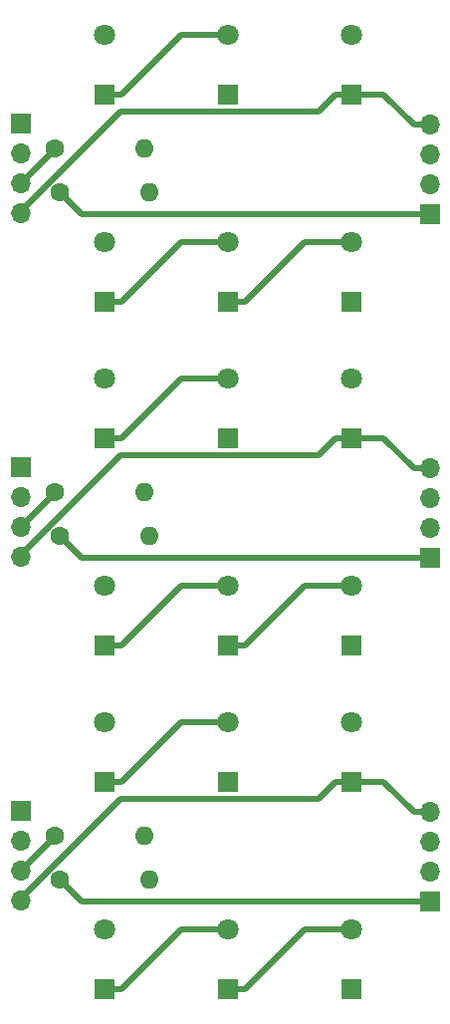
<source format=gbr>
G04 #@! TF.GenerationSoftware,KiCad,Pcbnew,(5.1.5-0-10_14)*
G04 #@! TF.CreationDate,2020-07-20T14:45:55+10:00*
G04 #@! TF.ProjectId,LED_Down_Multi,4c45445f-446f-4776-9e5f-4d756c74692e,rev?*
G04 #@! TF.SameCoordinates,Original*
G04 #@! TF.FileFunction,Copper,L1,Top*
G04 #@! TF.FilePolarity,Positive*
%FSLAX46Y46*%
G04 Gerber Fmt 4.6, Leading zero omitted, Abs format (unit mm)*
G04 Created by KiCad (PCBNEW (5.1.5-0-10_14)) date 2020-07-20 14:45:55*
%MOMM*%
%LPD*%
G04 APERTURE LIST*
%ADD10O,1.600000X1.600000*%
%ADD11C,1.600000*%
%ADD12C,1.800000*%
%ADD13R,1.800000X1.800000*%
%ADD14O,1.700000X1.700000*%
%ADD15R,1.700000X1.700000*%
%ADD16C,0.500000*%
G04 APERTURE END LIST*
D10*
X186570000Y-116260000D03*
D11*
X178950000Y-116260000D03*
D12*
X183170000Y-106646000D03*
D13*
X183170000Y-111726000D03*
D14*
X176022000Y-121820000D03*
X176022000Y-119280000D03*
X176022000Y-116740000D03*
D15*
X176022000Y-114200000D03*
D12*
X193675000Y-106646000D03*
D13*
X193675000Y-111726000D03*
D10*
X186950000Y-120050000D03*
D11*
X179330000Y-120050000D03*
D12*
X183170000Y-124246000D03*
D13*
X183170000Y-129326000D03*
D12*
X193675000Y-124246000D03*
D13*
X193675000Y-129326000D03*
D12*
X204180000Y-124246000D03*
D13*
X204180000Y-129326000D03*
D14*
X210820000Y-114300000D03*
X210820000Y-116840000D03*
X210820000Y-119380000D03*
D15*
X210820000Y-121920000D03*
D12*
X204180000Y-106646000D03*
D13*
X204180000Y-111726000D03*
D15*
X176022000Y-84990000D03*
D14*
X176022000Y-87530000D03*
X176022000Y-90070000D03*
X176022000Y-92610000D03*
D15*
X210820000Y-92710000D03*
D14*
X210820000Y-90170000D03*
X210820000Y-87630000D03*
X210820000Y-85090000D03*
D11*
X179330000Y-90840000D03*
D10*
X186950000Y-90840000D03*
D11*
X178950000Y-87050000D03*
D10*
X186570000Y-87050000D03*
D13*
X183170000Y-100116000D03*
D12*
X183170000Y-95036000D03*
D13*
X193675000Y-100116000D03*
D12*
X193675000Y-95036000D03*
D13*
X204180000Y-100116000D03*
D12*
X204180000Y-95036000D03*
D13*
X183170000Y-82516000D03*
D12*
X183170000Y-77436000D03*
D13*
X193675000Y-82516000D03*
D12*
X193675000Y-77436000D03*
D13*
X204180000Y-82516000D03*
D12*
X204180000Y-77436000D03*
X204180000Y-48226000D03*
D13*
X204180000Y-53306000D03*
D12*
X193675000Y-48226000D03*
D13*
X193675000Y-53306000D03*
D12*
X183170000Y-48226000D03*
D13*
X183170000Y-53306000D03*
D12*
X204180000Y-65826000D03*
D13*
X204180000Y-70906000D03*
D12*
X193675000Y-65826000D03*
D13*
X193675000Y-70906000D03*
D12*
X183170000Y-65826000D03*
D13*
X183170000Y-70906000D03*
D10*
X186570000Y-57840000D03*
D11*
X178950000Y-57840000D03*
D10*
X186950000Y-61630000D03*
D11*
X179330000Y-61630000D03*
D14*
X210820000Y-55880000D03*
X210820000Y-58420000D03*
X210820000Y-60960000D03*
D15*
X210820000Y-63500000D03*
D14*
X176022000Y-63400000D03*
X176022000Y-60860000D03*
X176022000Y-58320000D03*
D15*
X176022000Y-55780000D03*
D16*
X183170000Y-70906000D02*
X184570000Y-70906000D01*
X184570000Y-70906000D02*
X189650000Y-65826000D01*
X189650000Y-65826000D02*
X193675000Y-65826000D01*
X183170000Y-100116000D02*
X184570000Y-100116000D01*
X184570000Y-100116000D02*
X189650000Y-95036000D01*
X189650000Y-95036000D02*
X193675000Y-95036000D01*
X189650000Y-124246000D02*
X193675000Y-124246000D01*
X183170000Y-129326000D02*
X184570000Y-129326000D01*
X184570000Y-129326000D02*
X189650000Y-124246000D01*
X193675000Y-70906000D02*
X195075000Y-70906000D01*
X195075000Y-70906000D02*
X200155000Y-65826000D01*
X200155000Y-65826000D02*
X204180000Y-65826000D01*
X193675000Y-100116000D02*
X195075000Y-100116000D01*
X195075000Y-100116000D02*
X200155000Y-95036000D01*
X200155000Y-95036000D02*
X204180000Y-95036000D01*
X200155000Y-124246000D02*
X204180000Y-124246000D01*
X193675000Y-129326000D02*
X195075000Y-129326000D01*
X195075000Y-129326000D02*
X200155000Y-124246000D01*
X183170000Y-53306000D02*
X184570000Y-53306000D01*
X184570000Y-53306000D02*
X189650000Y-48226000D01*
X189650000Y-48226000D02*
X193675000Y-48226000D01*
X183170000Y-82516000D02*
X184570000Y-82516000D01*
X184570000Y-82516000D02*
X189650000Y-77436000D01*
X189650000Y-77436000D02*
X193675000Y-77436000D01*
X189650000Y-106646000D02*
X193675000Y-106646000D01*
X183170000Y-111726000D02*
X184570000Y-111726000D01*
X184570000Y-111726000D02*
X189650000Y-106646000D01*
X204180000Y-53306000D02*
X202780000Y-53306000D01*
X176022000Y-63400000D02*
X176022000Y-63169700D01*
X176022000Y-63169700D02*
X184485700Y-54706000D01*
X184485700Y-54706000D02*
X201380000Y-54706000D01*
X201380000Y-54706000D02*
X202780000Y-53306000D01*
X209470000Y-55880000D02*
X206896000Y-53306000D01*
X206896000Y-53306000D02*
X204180000Y-53306000D01*
X210820000Y-55880000D02*
X209470000Y-55880000D01*
X204180000Y-82516000D02*
X202780000Y-82516000D01*
X176022000Y-92610000D02*
X176022000Y-92379700D01*
X176022000Y-92379700D02*
X184485700Y-83916000D01*
X184485700Y-83916000D02*
X201380000Y-83916000D01*
X201380000Y-83916000D02*
X202780000Y-82516000D01*
X209470000Y-85090000D02*
X206896000Y-82516000D01*
X206896000Y-82516000D02*
X204180000Y-82516000D01*
X210820000Y-85090000D02*
X209470000Y-85090000D01*
X209470000Y-114300000D02*
X206896000Y-111726000D01*
X201380000Y-113126000D02*
X202780000Y-111726000D01*
X204180000Y-111726000D02*
X202780000Y-111726000D01*
X176022000Y-121589700D02*
X184485700Y-113126000D01*
X206896000Y-111726000D02*
X204180000Y-111726000D01*
X184485700Y-113126000D02*
X201380000Y-113126000D01*
X176022000Y-121820000D02*
X176022000Y-121589700D01*
X210820000Y-114300000D02*
X209470000Y-114300000D01*
X176022000Y-60860000D02*
X178950000Y-57932000D01*
X178950000Y-57932000D02*
X178950000Y-57840000D01*
X176022000Y-90070000D02*
X178950000Y-87142000D01*
X178950000Y-87142000D02*
X178950000Y-87050000D01*
X176022000Y-119280000D02*
X178950000Y-116352000D01*
X178950000Y-116352000D02*
X178950000Y-116260000D01*
X179330000Y-61630000D02*
X181200000Y-63500000D01*
X181200000Y-63500000D02*
X210820000Y-63500000D01*
X179330000Y-90840000D02*
X181200000Y-92710000D01*
X181200000Y-92710000D02*
X210820000Y-92710000D01*
X179330000Y-120050000D02*
X181200000Y-121920000D01*
X181200000Y-121920000D02*
X210820000Y-121920000D01*
M02*

</source>
